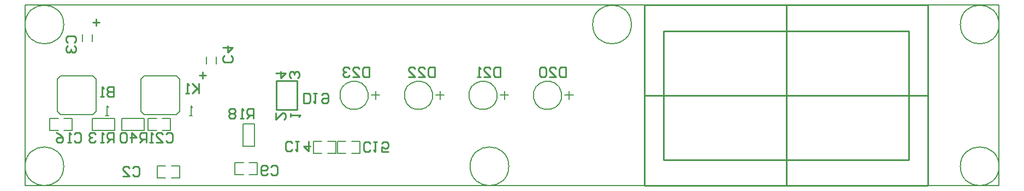
<source format=gbo>
G04 Layer_Color=13278208*
%FSLAX25Y25*%
%MOIN*%
G70*
G01*
G75*
%ADD27C,0.01000*%
%ADD29C,0.00500*%
%ADD43C,0.00787*%
D27*
X539370Y15748D02*
Y94488D01*
X389764D02*
X539370D01*
X389764Y15748D02*
Y94488D01*
Y15748D02*
X539370D01*
X551181Y0D02*
Y110236D01*
X377953Y0D02*
X551181D01*
X377953Y55118D02*
X551181D01*
X377953Y110236D02*
X551181D01*
X377953Y0D02*
Y110236D01*
X464567Y0D02*
Y110236D01*
X153549Y46260D02*
X166148D01*
X153549Y63976D02*
X166148D01*
X153549Y46260D02*
Y63976D01*
X166148Y46260D02*
Y63976D01*
X74000Y26378D02*
Y32376D01*
X71001D01*
X70001Y31376D01*
Y29377D01*
X71001Y28377D01*
X74000D01*
X72001D02*
X70001Y26378D01*
X65003D02*
Y32376D01*
X68002Y29377D01*
X64003D01*
X62004Y31376D02*
X61004Y32376D01*
X59005D01*
X58005Y31376D01*
Y27378D01*
X59005Y26378D01*
X61004D01*
X62004Y27378D01*
Y31376D01*
X139450Y40967D02*
Y46965D01*
X136451D01*
X135451Y45965D01*
Y43966D01*
X136451Y42966D01*
X139450D01*
X137450D02*
X135451Y40967D01*
X133452D02*
X131452D01*
X132452D01*
Y46965D01*
X133452Y45965D01*
X128453D02*
X127454Y46965D01*
X125454D01*
X124455Y45965D01*
Y44966D01*
X125454Y43966D01*
X124455Y42966D01*
Y41967D01*
X125454Y40967D01*
X127454D01*
X128453Y41967D01*
Y42966D01*
X127454Y43966D01*
X128453Y44966D01*
Y45965D01*
X127454Y43966D02*
X125454D01*
X54000Y26378D02*
Y32376D01*
X51001D01*
X50001Y31376D01*
Y29377D01*
X51001Y28377D01*
X54000D01*
X52001D02*
X50001Y26378D01*
X48002D02*
X46003D01*
X47002D01*
Y32376D01*
X48002Y31376D01*
X43004D02*
X42004Y32376D01*
X40005D01*
X39005Y31376D01*
Y30377D01*
X40005Y29377D01*
X41004D01*
X40005D01*
X39005Y28377D01*
Y27378D01*
X40005Y26378D01*
X42004D01*
X43004Y27378D01*
X106000Y62376D02*
Y56378D01*
Y58377D01*
X102001Y62376D01*
X105000Y59377D01*
X102001Y56378D01*
X100002D02*
X98003D01*
X99002D01*
Y62376D01*
X100002Y61376D01*
X210000Y72376D02*
Y66378D01*
X207001D01*
X206001Y67378D01*
Y71376D01*
X207001Y72376D01*
X210000D01*
X200003Y66378D02*
X204002D01*
X200003Y70377D01*
Y71376D01*
X201003Y72376D01*
X203002D01*
X204002Y71376D01*
X198004D02*
X197004Y72376D01*
X195005D01*
X194005Y71376D01*
Y70377D01*
X195005Y69377D01*
X196005D01*
X195005D01*
X194005Y68377D01*
Y67378D01*
X195005Y66378D01*
X197004D01*
X198004Y67378D01*
X250000Y72376D02*
Y66378D01*
X247001D01*
X246001Y67378D01*
Y71376D01*
X247001Y72376D01*
X250000D01*
X240003Y66378D02*
X244002D01*
X240003Y70377D01*
Y71376D01*
X241003Y72376D01*
X243002D01*
X244002Y71376D01*
X234005Y66378D02*
X238004D01*
X234005Y70377D01*
Y71376D01*
X235005Y72376D01*
X237004D01*
X238004Y71376D01*
X290000Y72376D02*
Y66378D01*
X287001D01*
X286001Y67378D01*
Y71376D01*
X287001Y72376D01*
X290000D01*
X280003Y66378D02*
X284002D01*
X280003Y70377D01*
Y71376D01*
X281003Y72376D01*
X283002D01*
X284002Y71376D01*
X278004Y66378D02*
X276005D01*
X277004D01*
Y72376D01*
X278004Y71376D01*
X330000Y72376D02*
Y66378D01*
X327001D01*
X326001Y67378D01*
Y71376D01*
X327001Y72376D01*
X330000D01*
X320003Y66378D02*
X324002D01*
X320003Y70377D01*
Y71376D01*
X321003Y72376D01*
X323002D01*
X324002Y71376D01*
X318004D02*
X317004Y72376D01*
X315005D01*
X314005Y71376D01*
Y67378D01*
X315005Y66378D01*
X317004D01*
X318004Y67378D01*
Y71376D01*
X86001Y31376D02*
X87001Y32376D01*
X89000D01*
X90000Y31376D01*
Y27378D01*
X89000Y26378D01*
X87001D01*
X86001Y27378D01*
X80003Y26378D02*
X84002D01*
X80003Y30377D01*
Y31376D01*
X81003Y32376D01*
X83002D01*
X84002Y31376D01*
X78004Y26378D02*
X76005D01*
X77004D01*
Y32376D01*
X78004Y31376D01*
X30001D02*
X31001Y32376D01*
X33000D01*
X34000Y31376D01*
Y27378D01*
X33000Y26378D01*
X31001D01*
X30001Y27378D01*
X28002Y26378D02*
X26003D01*
X27002D01*
Y32376D01*
X28002Y31376D01*
X19005Y32376D02*
X21004Y31376D01*
X23004Y29377D01*
Y27378D01*
X22004Y26378D01*
X20005D01*
X19005Y27378D01*
Y28377D01*
X20005Y29377D01*
X23004D01*
X210599Y21880D02*
X209599Y20880D01*
X207600D01*
X206600Y21880D01*
Y25878D01*
X207600Y26878D01*
X209599D01*
X210599Y25878D01*
X212598Y26878D02*
X214598D01*
X213598D01*
Y20880D01*
X212598Y21880D01*
X221595Y20880D02*
X217597D01*
Y23879D01*
X219596Y22879D01*
X220596D01*
X221595Y23879D01*
Y25878D01*
X220596Y26878D01*
X218596D01*
X217597Y25878D01*
X162899Y22180D02*
X161899Y21180D01*
X159900D01*
X158900Y22180D01*
Y26178D01*
X159900Y27178D01*
X161899D01*
X162899Y26178D01*
X164898Y27178D02*
X166897D01*
X165898D01*
Y21180D01*
X164898Y22180D01*
X172896Y27178D02*
Y21180D01*
X169896Y24179D01*
X173895D01*
X150001Y11376D02*
X151001Y12376D01*
X153000D01*
X154000Y11376D01*
Y7378D01*
X153000Y6378D01*
X151001D01*
X150001Y7378D01*
X148002D02*
X147002Y6378D01*
X145003D01*
X144003Y7378D01*
Y11376D01*
X145003Y12376D01*
X147002D01*
X148002Y11376D01*
Y10377D01*
X147002Y9377D01*
X144003D01*
X54000Y60376D02*
Y54378D01*
X51001D01*
X50001Y55378D01*
Y56377D01*
X51001Y57377D01*
X54000D01*
X51001D01*
X50001Y58377D01*
Y59376D01*
X51001Y60376D01*
X54000D01*
X48002Y54378D02*
X46003D01*
X47002D01*
Y60376D01*
X48002Y59376D01*
X170000Y50380D02*
Y56378D01*
X172999D01*
X173999Y55378D01*
Y51380D01*
X172999Y50380D01*
X170000D01*
X175998Y56378D02*
X177998D01*
X176998D01*
Y50380D01*
X175998Y51380D01*
X180997Y55378D02*
X181996Y56378D01*
X183996D01*
X184995Y55378D01*
Y51380D01*
X183996Y50380D01*
X181996D01*
X180997Y51380D01*
Y52379D01*
X181996Y53379D01*
X184995D01*
X65601Y10676D02*
X66601Y11676D01*
X68600D01*
X69600Y10676D01*
Y6678D01*
X68600Y5678D01*
X66601D01*
X65601Y6678D01*
X59603Y5678D02*
X63602D01*
X59603Y9677D01*
Y10676D01*
X60603Y11676D01*
X62602D01*
X63602Y10676D01*
X26152Y87529D02*
X25152Y88529D01*
Y90528D01*
X26152Y91528D01*
X30150D01*
X31150Y90528D01*
Y88529D01*
X30150Y87529D01*
X26152Y85530D02*
X25152Y84530D01*
Y82531D01*
X26152Y81531D01*
X27151D01*
X28151Y82531D01*
Y83530D01*
Y82531D01*
X29151Y81531D01*
X30150D01*
X31150Y82531D01*
Y84530D01*
X30150Y85530D01*
X125648Y79427D02*
X126648Y78427D01*
Y76428D01*
X125648Y75428D01*
X121650D01*
X120650Y76428D01*
Y78427D01*
X121650Y79427D01*
X120650Y84425D02*
X126648D01*
X123649Y81426D01*
Y85425D01*
X162112Y42028D02*
Y44027D01*
Y43027D01*
X168110D01*
X167111Y42028D01*
X152900Y44277D02*
Y40278D01*
X156899Y44277D01*
X157898D01*
X158898Y43277D01*
Y41278D01*
X157898Y40278D01*
X166225Y65650D02*
X167225Y66649D01*
Y68649D01*
X166225Y69648D01*
X165225D01*
X164225Y68649D01*
Y67649D01*
Y68649D01*
X163226Y69648D01*
X162226D01*
X161226Y68649D01*
Y66649D01*
X162226Y65650D01*
X153156Y68845D02*
X159154D01*
X156155Y65847D01*
Y69845D01*
X43460Y97563D02*
Y101562D01*
X45459Y99562D02*
X41460D01*
X108340Y69393D02*
Y65394D01*
X106341Y67394D02*
X110340D01*
D29*
X0Y0D02*
Y110236D01*
X594488D01*
Y0D02*
Y110236D01*
X0Y0D02*
X594488D01*
D43*
X23622Y98425D02*
G03*
X23622Y98425I-11811J0D01*
G01*
Y11811D02*
G03*
X23622Y11811I-11811J0D01*
G01*
X370079Y98425D02*
G03*
X370079Y98425I-11811J0D01*
G01*
X295276Y11811D02*
G03*
X295276Y11811I-11811J0D01*
G01*
X594488Y98425D02*
G03*
X594488Y98425I-11811J0D01*
G01*
Y11811D02*
G03*
X594488Y11811I-11811J0D01*
G01*
X327387Y56836D02*
G03*
X327416Y56687I-8489J-1718D01*
G01*
X288017Y56836D02*
G03*
X288046Y56687I-8489J-1718D01*
G01*
X248647Y56836D02*
G03*
X248676Y56687I-8489J-1718D01*
G01*
X209277Y56836D02*
G03*
X209306Y56687I-8489J-1718D01*
G01*
X132957Y23987D02*
X140043D01*
X132957Y37569D02*
X140043D01*
X132957Y23987D02*
Y37569D01*
X140043Y23987D02*
Y37569D01*
X80709Y4835D02*
Y11921D01*
X85728D01*
X80709Y4835D02*
X85728D01*
X89272D02*
X94291D01*
X89272Y11921D02*
X94291D01*
Y4835D02*
Y11921D01*
X176009Y19835D02*
Y26921D01*
Y19835D02*
X181028D01*
X176009Y26921D02*
X181028D01*
X184572D02*
X189591D01*
X184572Y19835D02*
X189591D01*
Y26921D01*
X204391Y19835D02*
Y26921D01*
X199372D02*
X204391D01*
X199372Y19835D02*
X204391D01*
X190809D02*
X195828D01*
X190809Y26921D02*
X195828D01*
X190809Y19835D02*
Y26921D01*
X128209Y6835D02*
Y13921D01*
Y6835D02*
X133228D01*
X128209Y13921D02*
X133228D01*
X136772D02*
X141791D01*
X136772Y6835D02*
X141791D01*
Y13921D01*
X75209Y33835D02*
Y40921D01*
Y33835D02*
X80228D01*
X75209Y40921D02*
X80228D01*
X83772D02*
X88791D01*
X83772Y33835D02*
X88791D01*
Y40921D01*
X54791Y33835D02*
Y40921D01*
X41209Y33835D02*
Y40921D01*
Y33835D02*
X54791D01*
X41209Y40921D02*
X54791D01*
X15209Y33835D02*
Y40921D01*
Y33835D02*
X20228D01*
X15209Y40921D02*
X20228D01*
X23772D02*
X28791D01*
X23772Y33835D02*
X28791D01*
Y40921D01*
X72791Y33835D02*
Y40921D01*
X59209Y33835D02*
Y40921D01*
Y33835D02*
X72791D01*
X59209Y40921D02*
X72791D01*
X41346Y66888D02*
X43316Y64918D01*
X21656Y66888D02*
X41346D01*
X19686Y64918D02*
X21656Y66888D01*
X19686Y45238D02*
Y64918D01*
Y45238D02*
X21656Y43268D01*
X41346D01*
X43316Y45238D01*
Y64918D01*
X92527Y66888D02*
X94497Y64918D01*
X72837Y66888D02*
X92527D01*
X70867Y64918D02*
X72837Y66888D01*
X70867Y45238D02*
Y64918D01*
Y45238D02*
X72837Y43268D01*
X92527D01*
X94497Y45238D01*
Y64918D01*
X40953Y88213D02*
Y92543D01*
X35047Y88213D02*
Y92543D01*
X110847Y74413D02*
Y78743D01*
X116753Y74413D02*
Y78743D01*
X334589Y55286D02*
X329528D01*
X332058Y52756D02*
Y57817D01*
X295218Y55286D02*
X290158D01*
X292688Y52756D02*
Y57817D01*
X255848Y55286D02*
X250787D01*
X253318Y52756D02*
Y57817D01*
X216478Y55286D02*
X211418D01*
X213948Y52756D02*
Y57817D01*
X51034Y42845D02*
X49066D01*
X50050D01*
Y48748D01*
X51034Y47764D01*
X102215Y42845D02*
X100248D01*
X101231D01*
Y48748D01*
X102215Y47764D01*
M02*

</source>
